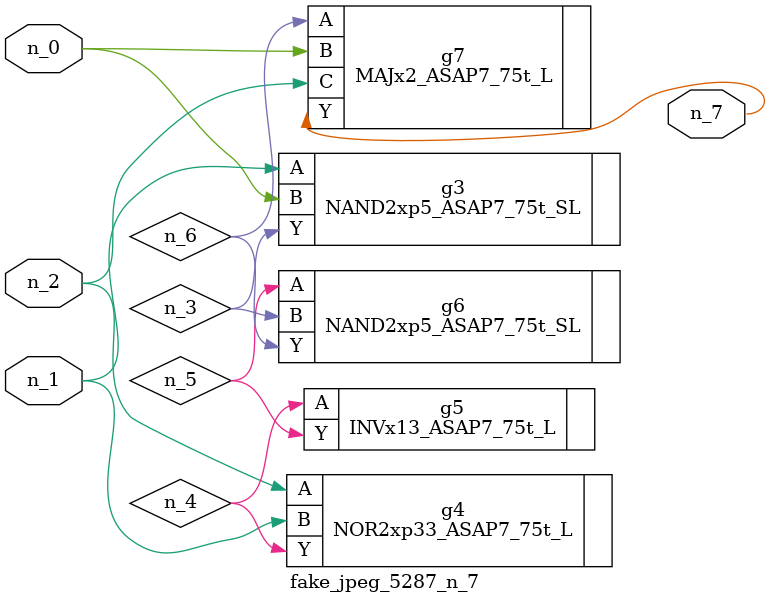
<source format=v>
module fake_jpeg_5287_n_7 (n_0, n_2, n_1, n_7);

input n_0;
input n_2;
input n_1;

output n_7;

wire n_3;
wire n_4;
wire n_6;
wire n_5;

NAND2xp5_ASAP7_75t_SL g3 ( 
.A(n_1),
.B(n_0),
.Y(n_3)
);

NOR2xp33_ASAP7_75t_L g4 ( 
.A(n_2),
.B(n_1),
.Y(n_4)
);

INVx13_ASAP7_75t_L g5 ( 
.A(n_4),
.Y(n_5)
);

NAND2xp5_ASAP7_75t_SL g6 ( 
.A(n_5),
.B(n_3),
.Y(n_6)
);

MAJx2_ASAP7_75t_L g7 ( 
.A(n_6),
.B(n_0),
.C(n_2),
.Y(n_7)
);


endmodule
</source>
